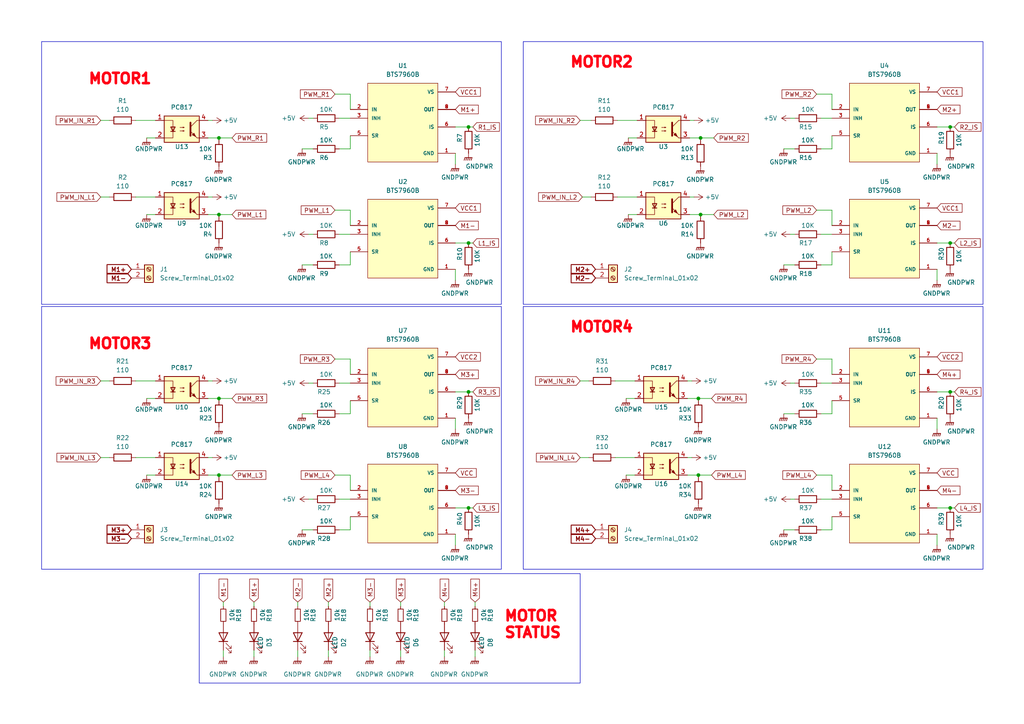
<source format=kicad_sch>
(kicad_sch (version 20230121) (generator eeschema)
  (paper "A4")
  (lib_symbols
    (symbol "BTS7960B:BTS7960B" (pin_names (offset 1.016))
      (property "Reference" "U" (at -10.16 10.922 0))
      (property "Value" "BTS7960B" (at -10.16 -15.24 0))
      (symbol "BTS7960B_0_0"
        (pin power_in line (at 15.24 -10.16 180) (length 5.08) (name "GND") (number "1"))
        (pin input line (at -15.24 2.54 0) (length 5.08) (name "IN") (number "2"))
        (pin input line (at -15.24 0 0) (length 5.08) (name "INH") (number "3"))
        (pin output line (at 15.24 2.54 180) (length 5.08) (name "OUT") (number "4"))
        (pin input line (at -15.24 -5.08 0) (length 5.08) (name "SR") (number "5"))
        (pin output line (at 15.24 -2.54 180) (length 5.08) (name "IS") (number "6"))
        (pin power_in line (at 15.24 7.62 180) (length 5.08) (name "VS") (number "7"))
        (pin output line (at 15.24 2.54 180) (length 5.08) (name "OUT") (number "8"))
      )
    )
    (symbol "Connector:Screw_Terminal_01x02" (pin_names (offset 1.016) hide)
      (property "Reference" "J" (at 0 2.54 0))
      (property "Value" "Screw_Terminal_01x02" (at 0 -5.08 0))
      (symbol "Screw_Terminal_01x02_1_1"
        (pin passive line (at -5.08 0 0) (length 3.81) (name "Pin_1") (number "1"))
        (pin passive line (at -5.08 -2.54 0) (length 3.81) (name "Pin_2") (number "2"))
      )
    )
    (symbol "Device:LED" (pin_numbers hide) (pin_names (offset 1.016) hide)
      (property "Reference" "D" (at 0 2.54 0))
      (property "Value" "LED" (at 0 -2.54 0))
      (symbol "LED_1_1"
        (pin passive line (at -3.81 0 0) (length 2.54) (name "K") (number "1"))
        (pin passive line (at 3.81 0 180) (length 2.54) (name "A") (number "2"))
      )
    )
    (symbol "Device:R" (pin_numbers hide) (pin_names (offset 0))
      (property "Reference" "R" (at 2.032 0 90))
      (property "Value" "R" (at 0 0 90))
      (symbol "R_1_1"
        (pin passive line (at 0 3.81 270) (length 1.27) (name "~") (number "1"))
        (pin passive line (at 0 -3.81 90) (length 1.27) (name "~") (number "2"))
      )
    )
    (symbol "Device:R_Small" (pin_numbers hide) (pin_names (offset 0.254) hide)
      (property "Reference" "R" (at 0.762 0.508 0))
      (property "Value" "R_Small" (at 0.762 -1.016 0))
      (symbol "R_Small_1_1"
        (pin passive line (at 0 2.54 270) (length 0.762) (name "~") (number "1"))
        (pin passive line (at 0 -2.54 90) (length 0.762) (name "~") (number "2"))
      )
    )
    (symbol "Isolator:PC817" (pin_names (offset 1.016))
      (property "Reference" "U" (at -5.08 5.08 0))
      (property "Value" "PC817" (at 0 5.08 0))
      (symbol "PC817_1_1"
        (pin passive line (at -7.62 2.54 0) (length 2.54) (name "~") (number "1"))
        (pin passive line (at -7.62 -2.54 0) (length 2.54) (name "~") (number "2"))
        (pin passive line (at 7.62 -2.54 180) (length 2.54) (name "~") (number "3"))
        (pin passive line (at 7.62 2.54 180) (length 2.54) (name "~") (number "4"))
      )
    )
    (symbol "power:+5V" (power) (pin_names (offset 0))
      (property "Value" "+5V" (at 0 3.556 0))
      (symbol "+5V_1_1"
        (pin power_in line (at 0 0 90) (length 0) hide (name "+5V") (number "1"))
      )
    )
    (symbol "power:GNDPWR" (power) (pin_names (offset 0))
      (property "Value" "GNDPWR" (at 0 -3.302 0))
      (symbol "GNDPWR_1_1"
        (pin power_in line (at 0 0 270) (length 0) hide (name "GNDPWR") (number "1"))
      )
    )
  )
  (junction (at 135.89 147.32))
  (junction (at 63.5 62.23))
  (junction (at 203.2 62.23))
  (junction (at 275.59 70.485))
  (junction (at 202.565 137.795))
  (junction (at 135.89 36.83))
  (junction (at 63.5 40.005))
  (junction (at 63.5 115.57))
  (junction (at 63.5 137.795))
  (junction (at 275.59 36.83))
  (junction (at 135.89 70.485))
  (junction (at 135.89 113.665))
  (junction (at 275.59 147.32))
  (junction (at 202.565 115.57))
  (junction (at 203.2 40.005))
  (junction (at 275.59 113.665))
  (wire (pts (xy 61.595 110.49) (xy 60.325 110.49)))
  (wire (pts (xy 101.6 60.96) (xy 101.6 65.405)))
  (wire (pts (xy 271.78 70.485) (xy 275.59 70.485)))
  (wire (pts (xy 61.595 34.925) (xy 60.325 34.925)))
  (wire (pts (xy 132.08 124.46) (xy 132.08 121.285)))
  (wire (pts (xy 63.5 137.795) (xy 67.31 137.795)))
  (wire (pts (xy 86.36 174.625) (xy 86.36 175.895)))
  (wire (pts (xy 200.66 132.715) (xy 199.39 132.715)))
  (wire (pts (xy 39.37 34.925) (xy 45.085 34.925)))
  (wire (pts (xy 63.5 40.005) (xy 67.31 40.005)))
  (wire (pts (xy 241.3 76.835) (xy 241.3 73.025)))
  (wire (pts (xy 168.275 110.49) (xy 170.815 110.49)))
  (wire (pts (xy 98.425 43.18) (xy 101.6 43.18)))
  (wire (pts (xy 135.89 36.83) (xy 137.16 36.83)))
  (wire (pts (xy 227.33 120.015) (xy 230.505 120.015)))
  (wire (pts (xy 202.565 137.795) (xy 206.375 137.795)))
  (wire (pts (xy 60.325 40.005) (xy 63.5 40.005)))
  (wire (pts (xy 86.36 188.595) (xy 86.36 190.5)))
  (wire (pts (xy 229.235 34.29) (xy 230.505 34.29)))
  (wire (pts (xy 98.425 111.125) (xy 101.6 111.125)))
  (wire (pts (xy 238.125 76.835) (xy 241.3 76.835)))
  (wire (pts (xy 101.6 27.305) (xy 101.6 31.75)))
  (wire (pts (xy 200.025 40.005) (xy 203.2 40.005)))
  (wire (pts (xy 132.08 81.28) (xy 132.08 78.105)))
  (wire (pts (xy 95.25 188.595) (xy 95.25 190.5)))
  (wire (pts (xy 241.3 153.67) (xy 241.3 149.86)))
  (wire (pts (xy 202.565 115.57) (xy 206.375 115.57)))
  (wire (pts (xy 271.78 47.625) (xy 271.78 44.45)))
  (wire (pts (xy 42.545 40.005) (xy 45.085 40.005)))
  (wire (pts (xy 178.435 132.715) (xy 184.15 132.715)))
  (wire (pts (xy 227.33 153.67) (xy 230.505 153.67)))
  (wire (pts (xy 201.295 34.925) (xy 200.025 34.925)))
  (wire (pts (xy 42.545 115.57) (xy 45.085 115.57)))
  (wire (pts (xy 89.535 34.29) (xy 90.805 34.29)))
  (wire (pts (xy 275.59 36.83) (xy 276.86 36.83)))
  (wire (pts (xy 179.07 34.925) (xy 184.785 34.925)))
  (wire (pts (xy 236.855 60.96) (xy 241.3 60.96)))
  (wire (pts (xy 203.2 40.005) (xy 207.01 40.005)))
  (wire (pts (xy 60.325 137.795) (xy 63.5 137.795)))
  (wire (pts (xy 39.37 57.15) (xy 45.085 57.15)))
  (wire (pts (xy 178.435 110.49) (xy 184.15 110.49)))
  (wire (pts (xy 229.235 144.78) (xy 230.505 144.78)))
  (wire (pts (xy 236.855 104.14) (xy 241.3 104.14)))
  (wire (pts (xy 135.89 70.485) (xy 137.16 70.485)))
  (wire (pts (xy 236.855 137.795) (xy 241.3 137.795)))
  (wire (pts (xy 203.2 62.865) (xy 203.2 62.23)))
  (wire (pts (xy 116.205 188.595) (xy 116.205 190.5)))
  (wire (pts (xy 182.245 40.005) (xy 184.785 40.005)))
  (wire (pts (xy 73.66 188.595) (xy 73.66 190.5)))
  (wire (pts (xy 98.425 120.015) (xy 101.6 120.015)))
  (wire (pts (xy 137.795 188.595) (xy 137.795 190.5)))
  (wire (pts (xy 135.89 147.32) (xy 137.16 147.32)))
  (wire (pts (xy 132.08 36.83) (xy 135.89 36.83)))
  (wire (pts (xy 227.33 43.18) (xy 230.505 43.18)))
  (wire (pts (xy 39.37 110.49) (xy 45.085 110.49)))
  (wire (pts (xy 229.235 67.945) (xy 230.505 67.945)))
  (wire (pts (xy 241.3 104.14) (xy 241.3 108.585)))
  (wire (pts (xy 73.66 174.625) (xy 73.66 175.895)))
  (wire (pts (xy 168.91 57.15) (xy 171.45 57.15)))
  (wire (pts (xy 202.565 116.205) (xy 202.565 115.57)))
  (wire (pts (xy 63.5 138.43) (xy 63.5 137.795)))
  (wire (pts (xy 241.3 137.795) (xy 241.3 142.24)))
  (wire (pts (xy 201.295 57.15) (xy 200.025 57.15)))
  (wire (pts (xy 97.155 137.795) (xy 101.6 137.795)))
  (wire (pts (xy 202.565 138.43) (xy 202.565 137.795)))
  (wire (pts (xy 229.235 111.125) (xy 230.505 111.125)))
  (wire (pts (xy 63.5 62.865) (xy 63.5 62.23)))
  (wire (pts (xy 64.77 188.595) (xy 64.77 190.5)))
  (wire (pts (xy 89.535 111.125) (xy 90.805 111.125)))
  (wire (pts (xy 60.325 62.23) (xy 63.5 62.23)))
  (wire (pts (xy 275.59 147.32) (xy 276.86 147.32)))
  (wire (pts (xy 128.905 188.595) (xy 128.905 190.5)))
  (wire (pts (xy 63.5 62.23) (xy 67.31 62.23)))
  (wire (pts (xy 132.08 147.32) (xy 135.89 147.32)))
  (wire (pts (xy 271.78 113.665) (xy 275.59 113.665)))
  (wire (pts (xy 227.33 76.835) (xy 230.505 76.835)))
  (wire (pts (xy 179.07 57.15) (xy 184.785 57.15)))
  (wire (pts (xy 29.21 110.49) (xy 31.75 110.49)))
  (wire (pts (xy 98.425 67.945) (xy 101.6 67.945)))
  (wire (pts (xy 238.125 43.18) (xy 241.3 43.18)))
  (wire (pts (xy 107.315 188.595) (xy 107.315 190.5)))
  (wire (pts (xy 238.125 120.015) (xy 241.3 120.015)))
  (wire (pts (xy 271.78 147.32) (xy 275.59 147.32)))
  (wire (pts (xy 87.63 120.015) (xy 90.805 120.015)))
  (wire (pts (xy 199.39 115.57) (xy 202.565 115.57)))
  (wire (pts (xy 29.21 57.15) (xy 31.75 57.15)))
  (wire (pts (xy 101.6 104.14) (xy 101.6 108.585)))
  (wire (pts (xy 97.155 60.96) (xy 101.6 60.96)))
  (wire (pts (xy 238.125 111.125) (xy 241.3 111.125)))
  (wire (pts (xy 98.425 153.67) (xy 101.6 153.67)))
  (wire (pts (xy 241.3 60.96) (xy 241.3 65.405)))
  (wire (pts (xy 98.425 144.78) (xy 101.6 144.78)))
  (wire (pts (xy 29.21 34.925) (xy 31.75 34.925)))
  (wire (pts (xy 107.315 174.625) (xy 107.315 175.895)))
  (wire (pts (xy 42.545 62.23) (xy 45.085 62.23)))
  (wire (pts (xy 29.21 132.715) (xy 31.75 132.715)))
  (wire (pts (xy 64.77 174.625) (xy 64.77 175.895)))
  (wire (pts (xy 101.6 153.67) (xy 101.6 149.86)))
  (wire (pts (xy 182.245 62.23) (xy 184.785 62.23)))
  (wire (pts (xy 101.6 76.835) (xy 101.6 73.025)))
  (wire (pts (xy 241.3 27.305) (xy 241.3 31.75)))
  (wire (pts (xy 39.37 132.715) (xy 45.085 132.715)))
  (wire (pts (xy 271.78 124.46) (xy 271.78 121.285)))
  (wire (pts (xy 42.545 137.795) (xy 45.085 137.795)))
  (wire (pts (xy 61.595 132.715) (xy 60.325 132.715)))
  (wire (pts (xy 238.125 144.78) (xy 241.3 144.78)))
  (wire (pts (xy 97.155 104.14) (xy 101.6 104.14)))
  (wire (pts (xy 95.25 174.625) (xy 95.25 175.895)))
  (wire (pts (xy 63.5 40.64) (xy 63.5 40.005)))
  (wire (pts (xy 116.205 174.625) (xy 116.205 175.895)))
  (wire (pts (xy 87.63 153.67) (xy 90.805 153.67)))
  (wire (pts (xy 275.59 113.665) (xy 276.86 113.665)))
  (wire (pts (xy 200.025 62.23) (xy 203.2 62.23)))
  (wire (pts (xy 203.2 40.64) (xy 203.2 40.005)))
  (wire (pts (xy 238.125 34.29) (xy 241.3 34.29)))
  (wire (pts (xy 89.535 67.945) (xy 90.805 67.945)))
  (wire (pts (xy 60.325 115.57) (xy 63.5 115.57)))
  (wire (pts (xy 199.39 137.795) (xy 202.565 137.795)))
  (wire (pts (xy 181.61 115.57) (xy 184.15 115.57)))
  (wire (pts (xy 137.795 174.625) (xy 137.795 175.895)))
  (wire (pts (xy 101.6 120.015) (xy 101.6 116.205)))
  (wire (pts (xy 101.6 43.18) (xy 101.6 39.37)))
  (wire (pts (xy 275.59 70.485) (xy 276.86 70.485)))
  (wire (pts (xy 132.08 47.625) (xy 132.08 44.45)))
  (wire (pts (xy 135.89 113.665) (xy 137.16 113.665)))
  (wire (pts (xy 101.6 137.795) (xy 101.6 142.24)))
  (wire (pts (xy 132.08 70.485) (xy 135.89 70.485)))
  (wire (pts (xy 241.3 120.015) (xy 241.3 116.205)))
  (wire (pts (xy 238.125 153.67) (xy 241.3 153.67)))
  (wire (pts (xy 132.08 158.115) (xy 132.08 154.94)))
  (wire (pts (xy 181.61 137.795) (xy 184.15 137.795)))
  (wire (pts (xy 63.5 116.205) (xy 63.5 115.57)))
  (wire (pts (xy 271.78 36.83) (xy 275.59 36.83)))
  (wire (pts (xy 98.425 34.29) (xy 101.6 34.29)))
  (wire (pts (xy 241.3 43.18) (xy 241.3 39.37)))
  (wire (pts (xy 132.08 113.665) (xy 135.89 113.665)))
  (wire (pts (xy 200.66 110.49) (xy 199.39 110.49)))
  (wire (pts (xy 271.78 158.115) (xy 271.78 154.94)))
  (wire (pts (xy 168.275 34.925) (xy 171.45 34.925)))
  (wire (pts (xy 89.535 144.78) (xy 90.805 144.78)))
  (wire (pts (xy 87.63 43.18) (xy 90.805 43.18)))
  (wire (pts (xy 271.78 81.28) (xy 271.78 78.105)))
  (wire (pts (xy 168.275 132.715) (xy 170.815 132.715)))
  (wire (pts (xy 238.125 67.945) (xy 241.3 67.945)))
  (wire (pts (xy 63.5 115.57) (xy 67.31 115.57)))
  (wire (pts (xy 236.855 27.305) (xy 241.3 27.305)))
  (wire (pts (xy 203.2 62.23) (xy 207.01 62.23)))
  (wire (pts (xy 61.595 57.15) (xy 60.325 57.15)))
  (wire (pts (xy 128.905 174.625) (xy 128.905 175.895)))
  (wire (pts (xy 87.63 76.835) (xy 90.805 76.835)))
  (wire (pts (xy 97.155 27.305) (xy 101.6 27.305)))
  (wire (pts (xy 98.425 76.835) (xy 101.6 76.835)))
  (rectangle (start 57.785 166.37) (end 168.275 198.12))
  (rectangle (start 12.065 88.9) (end 145.415 165.1))
  (rectangle (start 151.765 12.065) (end 285.115 88.265))
  (rectangle (start 12.065 12.065) (end 145.415 88.265))
  (rectangle (start 151.765 88.9) (end 285.115 165.1))
  (text "MOTOR2\n\n" (at 165.1 24.765 0) (effects (font (size 3 3) (thickness 4) bold) (justify left bottom)))
  (text "MOTOR3\n" (at 25.4 101.6 0) (effects (font (size 3 3) (thickness 4) bold) (justify left bottom)))
  (text "MOTOR\nSTATUS" (at 146.05 185.42 0) (effects (font (size 3 3) (thickness 4) bold) (justify left bottom)))
  (text "MOTOR4\n\n" (at 165.1 101.6 0) (effects (font (size 3 3) (thickness 4) bold) (justify left bottom)))
  (text "MOTOR1" (at 25.4 24.765 0) (effects (font (size 3 3) (thickness 4) bold) (justify left bottom)))
  (global_label "PWM_IN_L3" (shape input) (at 29.21 132.715 180) (property "Intersheetrefs" "${INTERSHEET_REFS}" (effects hide)))
  (global_label "PWM_L2" (shape input) (at 207.01 62.23 0) (property "Intersheetrefs" "${INTERSHEET_REFS}" (effects hide)))
  (global_label "PWM_R3" (shape input) (at 97.155 104.14 180) (property "Intersheetrefs" "${INTERSHEET_REFS}" (effects hide)))
  (global_label "M3+" (shape input) (at 116.205 174.625 90) (property "Intersheetrefs" "${INTERSHEET_REFS}" (effects hide)))
  (global_label "PWM_IN_R1" (shape input) (at 29.21 34.925 180) (property "Intersheetrefs" "${INTERSHEET_REFS}" (effects hide)))
  (global_label "M3-" (shape input) (at 38.1 156.21 180) (effects (font bold)) (property "Intersheetrefs" "${INTERSHEET_REFS}" (effects hide)))
  (global_label "PWM_L4" (shape input) (at 236.855 137.795 180) (property "Intersheetrefs" "${INTERSHEET_REFS}" (effects hide)))
  (global_label "PWM_IN_L1" (shape input) (at 29.21 57.15 180) (property "Intersheetrefs" "${INTERSHEET_REFS}" (effects hide)))
  (global_label "M3-" (shape input) (at 107.315 174.625 90) (property "Intersheetrefs" "${INTERSHEET_REFS}" (effects hide)))
  (global_label "M4+" (shape input) (at 172.72 153.67 180) (effects (font bold)) (property "Intersheetrefs" "${INTERSHEET_REFS}" (effects hide)))
  (global_label "PWM_IN_R4" (shape input) (at 168.275 110.49 180) (property "Intersheetrefs" "${INTERSHEET_REFS}" (effects hide)))
  (global_label "VCC2" (shape input) (at 132.08 103.505 0) (property "Intersheetrefs" "${INTERSHEET_REFS}" (effects hide)))
  (global_label "M3+" (shape input) (at 132.08 108.585 0) (property "Intersheetrefs" "${INTERSHEET_REFS}" (effects hide)))
  (global_label "R4_IS" (shape input) (at 276.86 113.665 0) (property "Intersheetrefs" "${INTERSHEET_REFS}" (effects hide)))
  (global_label "M1-" (shape input) (at 38.1 80.645 180) (effects (font bold)) (property "Intersheetrefs" "${INTERSHEET_REFS}" (effects hide)))
  (global_label "M1-" (shape input) (at 64.77 174.625 90) (property "Intersheetrefs" "${INTERSHEET_REFS}" (effects hide)))
  (global_label "VCC1" (shape input) (at 271.78 26.67 0) (property "Intersheetrefs" "${INTERSHEET_REFS}" (effects hide)))
  (global_label "PWM_L3" (shape input) (at 67.31 137.795 0) (property "Intersheetrefs" "${INTERSHEET_REFS}" (effects hide)))
  (global_label "M2-" (shape input) (at 86.36 174.625 90) (property "Intersheetrefs" "${INTERSHEET_REFS}" (effects hide)))
  (global_label "VCC1" (shape input) (at 132.08 60.325 0) (property "Intersheetrefs" "${INTERSHEET_REFS}" (effects hide)))
  (global_label "PWM_IN_L4" (shape input) (at 168.275 132.715 180) (property "Intersheetrefs" "${INTERSHEET_REFS}" (effects hide)))
  (global_label "M1-" (shape input) (at 132.08 65.405 0) (property "Intersheetrefs" "${INTERSHEET_REFS}" (effects hide)))
  (global_label "PWM_IN_L2" (shape input) (at 168.91 57.15 180) (property "Intersheetrefs" "${INTERSHEET_REFS}" (effects hide)))
  (global_label "VCC1" (shape input) (at 271.78 60.325 0) (property "Intersheetrefs" "${INTERSHEET_REFS}" (effects hide)))
  (global_label "PWM_L4" (shape input) (at 206.375 137.795 0) (property "Intersheetrefs" "${INTERSHEET_REFS}" (effects hide)))
  (global_label "PWM_IN_R2" (shape input) (at 168.275 34.925 180) (property "Intersheetrefs" "${INTERSHEET_REFS}" (effects hide)))
  (global_label "M2+" (shape input) (at 95.25 174.625 90) (property "Intersheetrefs" "${INTERSHEET_REFS}" (effects hide)))
  (global_label "M4-" (shape input) (at 128.905 174.625 90) (property "Intersheetrefs" "${INTERSHEET_REFS}" (effects hide)))
  (global_label "L3_IS" (shape input) (at 137.16 147.32 0) (property "Intersheetrefs" "${INTERSHEET_REFS}" (effects hide)))
  (global_label "VCC" (shape input) (at 271.78 137.16 0) (property "Intersheetrefs" "${INTERSHEET_REFS}" (effects hide)))
  (global_label "PWM_L4" (shape input) (at 97.155 137.795 180) (property "Intersheetrefs" "${INTERSHEET_REFS}" (effects hide)))
  (global_label "PWM_L1" (shape input) (at 67.31 62.23 0) (property "Intersheetrefs" "${INTERSHEET_REFS}" (effects hide)))
  (global_label "PWM_R1" (shape input) (at 67.31 40.005 0) (property "Intersheetrefs" "${INTERSHEET_REFS}" (effects hide)))
  (global_label "PWM_R4" (shape input) (at 206.375 115.57 0) (property "Intersheetrefs" "${INTERSHEET_REFS}" (effects hide)))
  (global_label "PWM_L1" (shape input) (at 97.155 60.96 180) (property "Intersheetrefs" "${INTERSHEET_REFS}" (effects hide)))
  (global_label "PWM_R3" (shape input) (at 67.31 115.57 0) (property "Intersheetrefs" "${INTERSHEET_REFS}" (effects hide)))
  (global_label "L2_IS" (shape input) (at 276.86 70.485 0) (property "Intersheetrefs" "${INTERSHEET_REFS}" (effects hide)))
  (global_label "M1+" (shape input) (at 132.08 31.75 0) (property "Intersheetrefs" "${INTERSHEET_REFS}" (effects hide)))
  (global_label "M2+" (shape input) (at 172.72 78.105 180) (effects (font bold)) (property "Intersheetrefs" "${INTERSHEET_REFS}" (effects hide)))
  (global_label "PWM_R2" (shape input) (at 236.855 27.305 180) (property "Intersheetrefs" "${INTERSHEET_REFS}" (effects hide)))
  (global_label "M4+" (shape input) (at 137.795 174.625 90) (property "Intersheetrefs" "${INTERSHEET_REFS}" (effects hide)))
  (global_label "M2+" (shape input) (at 271.78 31.75 0) (property "Intersheetrefs" "${INTERSHEET_REFS}" (effects hide)))
  (global_label "M3-" (shape input) (at 132.08 142.24 0) (property "Intersheetrefs" "${INTERSHEET_REFS}" (effects hide)))
  (global_label "M3+" (shape input) (at 38.1 153.67 180) (effects (font bold)) (property "Intersheetrefs" "${INTERSHEET_REFS}" (effects hide)))
  (global_label "R1_IS" (shape input) (at 137.16 36.83 0) (property "Intersheetrefs" "${INTERSHEET_REFS}" (effects hide)))
  (global_label "R2_IS" (shape input) (at 276.86 36.83 0) (property "Intersheetrefs" "${INTERSHEET_REFS}" (effects hide)))
  (global_label "L4_IS" (shape input) (at 276.86 147.32 0) (property "Intersheetrefs" "${INTERSHEET_REFS}" (effects hide)))
  (global_label "PWM_IN_R3" (shape input) (at 29.21 110.49 180) (property "Intersheetrefs" "${INTERSHEET_REFS}" (effects hide)))
  (global_label "M4-" (shape input) (at 271.78 142.24 0) (property "Intersheetrefs" "${INTERSHEET_REFS}" (effects hide)))
  (global_label "PWM_R1" (shape input) (at 97.155 27.305 180) (property "Intersheetrefs" "${INTERSHEET_REFS}" (effects hide)))
  (global_label "M2-" (shape input) (at 271.78 65.405 0) (property "Intersheetrefs" "${INTERSHEET_REFS}" (effects hide)))
  (global_label "VCC" (shape input) (at 132.08 137.16 0) (property "Intersheetrefs" "${INTERSHEET_REFS}" (effects hide)))
  (global_label "M1+" (shape input) (at 73.66 174.625 90) (property "Intersheetrefs" "${INTERSHEET_REFS}" (effects hide)))
  (global_label "VCC1" (shape input) (at 132.08 26.67 0) (property "Intersheetrefs" "${INTERSHEET_REFS}" (effects hide)))
  (global_label "PWM_R4" (shape input) (at 236.855 104.14 180) (property "Intersheetrefs" "${INTERSHEET_REFS}" (effects hide)))
  (global_label "M4+" (shape input) (at 271.78 108.585 0) (property "Intersheetrefs" "${INTERSHEET_REFS}" (effects hide)))
  (global_label "L1_IS" (shape input) (at 137.16 70.485 0) (property "Intersheetrefs" "${INTERSHEET_REFS}" (effects hide)))
  (global_label "R3_IS" (shape input) (at 137.16 113.665 0) (property "Intersheetrefs" "${INTERSHEET_REFS}" (effects hide)))
  (global_label "PWM_R2" (shape input) (at 207.01 40.005 0) (property "Intersheetrefs" "${INTERSHEET_REFS}" (effects hide)))
  (global_label "M1+" (shape input) (at 38.1 78.105 180) (effects (font bold)) (property "Intersheetrefs" "${INTERSHEET_REFS}" (effects hide)))
  (global_label "PWM_L2" (shape input) (at 236.855 60.96 180) (property "Intersheetrefs" "${INTERSHEET_REFS}" (effects hide)))
  (global_label "VCC2" (shape input) (at 271.78 103.505 0) (property "Intersheetrefs" "${INTERSHEET_REFS}" (effects hide)))
  (global_label "M2-" (shape input) (at 172.72 80.645 180) (effects (font bold)) (property "Intersheetrefs" "${INTERSHEET_REFS}" (effects hide)))
  (global_label "M4-" (shape input) (at 172.72 156.21 180) (effects (font bold)) (property "Intersheetrefs" "${INTERSHEET_REFS}" (effects hide)))
  (symbol (lib_id "Device:R") (at 275.59 40.64 0) (unit 1)
    (property "Reference" "R19" (at 273.05 40.005 90))
    (property "Value" "10K" (at 278.13 40.64 90))
    (property "Footprint" "Resistor_SMD:R_0201_0603Metric" (effects hide))
  )
  (symbol (lib_id "power:GNDPWR") (at 271.78 158.115 0) (unit 1)
    (property "Reference" "#PWR053" (effects hide))
    (property "Value" "GNDPWR" (at 271.653 161.925 0))
  )
  (symbol (lib_id "Connector:Screw_Terminal_01x02") (at 177.8 153.67 0) (unit 1)
    (property "Reference" "J4" (at 180.975 153.67 0) (effects (justify left)))
    (property "Value" "Screw_Terminal_01x02" (at 180.975 156.21 0) (effects (justify left)))
    (property "Footprint" "Connector_AMASS:AMASS_XT60PW-M_1x02_P7.20mm_Horizontal" (effects hide))
  )
  (symbol (lib_id "power:+5V") (at 229.235 144.78 90) (unit 1)
    (property "Reference" "#PWR052" (effects hide))
    (property "Value" "+5V" (at 225.425 144.78 90) (effects (justify left)))
  )
  (symbol (lib_id "BTS7960B:BTS7960B") (at 116.84 144.78 0) (unit 1)
    (property "Reference" "U8" (at 116.84 129.54 0))
    (property "Value" "BTS7960B" (at 116.84 132.08 0))
    (property "Footprint" "BTS7960B:BTS7960B" (effects hide))
    (property "MAXIMUM_PACKAGE_HEIGHT" "4.4mm" (effects hide))
    (property "PARTREV" "1.1" (effects hide))
    (property "MANUFACTURER" "Infineon" (effects hide))
    (property "STANDARD" "IPC-7351B" (effects hide))
  )
  (symbol (lib_id "Device:LED") (at 86.36 184.785 90) (unit 1)
    (property "Reference" "D1" (effects hide))
    (property "Value" "LED" (effects hide))
    (property "Footprint" "LED_SMD:LED_0201_0603Metric" (effects hide))
    (instances (project "BTS7960_Driver" (path "" (reference "D1") (unit 1))) (project "Driver_F407VE" (path "" (reference "D11") (unit 1))))
  )
  (symbol (lib_id "Device:R") (at 135.89 151.13 0) (unit 1)
    (property "Reference" "R40" (at 133.35 150.495 90))
    (property "Value" "10K" (at 138.43 151.13 90))
    (property "Footprint" "Resistor_SMD:R_0201_0603Metric" (effects hide))
  )
  (symbol (lib_id "power:+5V") (at 229.235 111.125 90) (unit 1)
    (property "Reference" "#PWR051" (effects hide))
    (property "Value" "+5V" (at 225.425 111.125 90) (effects (justify left)))
  )
  (symbol (lib_id "Device:R") (at 94.615 153.67 90) (unit 1)
    (property "Reference" "R28" (at 93.98 156.21 90))
    (property "Value" "10K" (at 94.615 151.13 90))
    (property "Footprint" "Resistor_SMD:R_0201_0603Metric" (effects hide))
  )
  (symbol (lib_id "power:GNDPWR") (at 135.89 44.45 0) (unit 1)
    (property "Reference" "#PWR09" (effects hide))
    (property "Value" "GNDPWR" (at 139.065 48.26 0))
  )
  (symbol (lib_id "power:GNDPWR") (at 116.205 190.5 0) (unit 1)
    (property "Reference" "#PWR014" (effects hide))
    (property "Value" "GNDPWR" (at 116.078 195.58 0))
    (instances (project "2_motor_pid" (path "" (reference "#PWR014") (unit 1))) (project "BTS7960_Driver" (path "" (reference "#PWR063") (unit 1))) (project "Driver_F407VE" (path "" (reference "#PWR0126") (unit 1))))
  )
  (symbol (lib_id "Device:R") (at 234.315 67.945 90) (unit 1)
    (property "Reference" "R17" (at 233.68 70.485 90))
    (property "Value" "10K" (at 234.315 65.405 90))
    (property "Footprint" "Resistor_SMD:R_0201_0603Metric" (effects hide))
  )
  (symbol (lib_id "Device:R") (at 203.2 66.675 0) (unit 1)
    (property "Reference" "R14" (at 201.295 67.945 0) (effects (justify right)))
    (property "Value" "10K" (at 201.295 65.405 0) (effects (justify right)))
    (property "Footprint" "Resistor_SMD:R_0201_0603Metric" (effects hide))
  )
  (symbol (lib_id "power:GNDPWR") (at 227.33 153.67 0) (unit 1)
    (property "Reference" "#PWR050" (effects hide))
    (property "Value" "GNDPWR" (at 227.203 157.48 0))
  )
  (symbol (lib_id "Device:R") (at 35.56 34.925 90) (unit 1)
    (property "Reference" "R1" (at 35.56 29.21 90))
    (property "Value" "110" (at 35.56 31.75 90))
    (property "Footprint" "Resistor_SMD:R_0201_0603Metric" (effects hide))
  )
  (symbol (lib_id "Isolator:PC817") (at 191.77 113.03 0) (unit 1)
    (property "Reference" "U15" (at 191.77 118.11 0))
    (property "Value" "PC817" (at 191.77 106.68 0))
    (property "Footprint" "Opto:PC817" (effects hide))
    (property "Datasheet" "http://www.soselectronic.cz/a_info/resource/d/pc817.pdf" (effects hide))
  )
  (symbol (lib_id "power:GNDPWR") (at 137.795 190.5 0) (unit 1)
    (property "Reference" "#PWR014" (effects hide))
    (property "Value" "GNDPWR" (at 137.668 195.58 0))
    (instances (project "2_motor_pid" (path "" (reference "#PWR014") (unit 1))) (project "BTS7960_Driver" (path "" (reference "#PWR065") (unit 1))) (project "Driver_F407VE" (path "" (reference "#PWR0126") (unit 1))))
  )
  (symbol (lib_id "Device:R") (at 63.5 44.45 0) (unit 1)
    (property "Reference" "R3" (at 61.595 45.72 0) (effects (justify right)))
    (property "Value" "10K" (at 61.595 43.18 0) (effects (justify right)))
    (property "Footprint" "Resistor_SMD:R_0201_0603Metric" (effects hide))
  )
  (symbol (lib_id "Device:R") (at 234.315 111.125 90) (unit 1)
    (property "Reference" "R35" (at 233.68 113.665 90))
    (property "Value" "10K" (at 234.315 108.585 90))
    (property "Footprint" "Resistor_SMD:R_0201_0603Metric" (effects hide))
  )
  (symbol (lib_id "power:GNDPWR") (at 227.33 120.015 0) (unit 1)
    (property "Reference" "#PWR049" (effects hide))
    (property "Value" "GNDPWR" (at 227.203 123.825 0))
  )
  (symbol (lib_id "power:+5V") (at 229.235 67.945 90) (unit 1)
    (property "Reference" "#PWR024" (effects hide))
    (property "Value" "+5V" (at 225.425 67.945 90) (effects (justify left)))
  )
  (symbol (lib_id "Isolator:PC817") (at 52.705 135.255 0) (unit 1)
    (property "Reference" "U14" (at 52.705 140.335 0))
    (property "Value" "PC817" (at 52.705 128.905 0))
    (property "Footprint" "Opto:PC817" (effects hide))
    (property "Datasheet" "http://www.soselectronic.cz/a_info/resource/d/pc817.pdf" (effects hide))
  )
  (symbol (lib_id "power:GNDPWR") (at 181.61 115.57 0) (unit 1)
    (property "Reference" "#PWR043" (effects hide))
    (property "Value" "GNDPWR" (at 182.245 118.745 0))
  )
  (symbol (lib_id "power:GNDPWR") (at 135.89 121.285 0) (unit 1)
    (property "Reference" "#PWR040" (effects hide))
    (property "Value" "GNDPWR" (at 139.065 125.095 0))
  )
  (symbol (lib_id "Device:R") (at 94.615 76.835 90) (unit 1)
    (property "Reference" "R9" (at 93.98 79.375 90))
    (property "Value" "10K" (at 94.615 74.295 90))
    (property "Footprint" "Resistor_SMD:R_0201_0603Metric" (effects hide))
  )
  (symbol (lib_id "Device:LED") (at 64.77 184.785 90) (unit 1)
    (property "Reference" "D4" (effects hide))
    (property "Value" "LED" (effects hide))
    (property "Footprint" "LED_SMD:LED_0201_0603Metric" (effects hide))
    (instances (project "BTS7960_Driver" (path "" (reference "D4") (unit 1))) (project "Driver_F407VE" (path "" (reference "D11") (unit 1))))
  )
  (symbol (lib_id "power:+5V") (at 89.535 34.29 90) (unit 1)
    (property "Reference" "#PWR07" (effects hide))
    (property "Value" "+5V" (at 85.725 34.29 90) (effects (justify left)))
  )
  (symbol (lib_id "power:GNDPWR") (at 87.63 120.015 0) (unit 1)
    (property "Reference" "#PWR035" (effects hide))
    (property "Value" "GNDPWR" (at 87.503 123.825 0))
  )
  (symbol (lib_id "Device:R") (at 175.26 57.15 90) (unit 1)
    (property "Reference" "R12" (at 175.26 51.435 90))
    (property "Value" "110" (at 175.26 53.975 90))
    (property "Footprint" "Resistor_SMD:R_0201_0603Metric" (effects hide))
  )
  (symbol (lib_id "Device:R") (at 94.615 144.78 90) (unit 1)
    (property "Reference" "R27" (at 93.98 147.32 90))
    (property "Value" "10K" (at 94.615 142.24 90))
    (property "Footprint" "Resistor_SMD:R_0201_0603Metric" (effects hide))
  )
  (symbol (lib_id "Device:R") (at 234.315 120.015 90) (unit 1)
    (property "Reference" "R36" (at 233.68 122.555 90))
    (property "Value" "10K" (at 234.315 117.475 90))
    (property "Footprint" "Resistor_SMD:R_0201_0603Metric" (effects hide))
  )
  (symbol (lib_id "power:GNDPWR") (at 275.59 78.105 0) (unit 1)
    (property "Reference" "#PWR042" (effects hide))
    (property "Value" "GNDPWR" (at 278.765 81.915 0))
  )
  (symbol (lib_id "power:GNDPWR") (at 275.59 121.285 0) (unit 1)
    (property "Reference" "#PWR028" (effects hide))
    (property "Value" "GNDPWR" (at 278.765 125.095 0))
  )
  (symbol (lib_id "Device:R") (at 94.615 67.945 90) (unit 1)
    (property "Reference" "R8" (at 93.98 70.485 90))
    (property "Value" "10K" (at 94.615 65.405 90))
    (property "Footprint" "Resistor_SMD:R_0201_0603Metric" (effects hide))
  )
  (symbol (lib_id "power:GNDPWR") (at 271.78 124.46 0) (unit 1)
    (property "Reference" "#PWR027" (effects hide))
    (property "Value" "GNDPWR" (at 271.653 128.27 0))
  )
  (symbol (lib_id "Device:R") (at 35.56 132.715 90) (unit 1)
    (property "Reference" "R22" (at 35.56 127 90))
    (property "Value" "110" (at 35.56 129.54 90))
    (property "Footprint" "Resistor_SMD:R_0201_0603Metric" (effects hide))
  )
  (symbol (lib_id "Device:R_Small") (at 107.315 178.435 0) (unit 1)
    (property "Reference" "R18" (at 111.76 176.53 90) (effects (justify right)))
    (property "Value" "10k" (at 109.855 176.53 90) (effects (justify right)))
    (property "Footprint" "Resistor_SMD:R_0201_0603Metric" (effects hide))
    (instances (project "2_motor_pid" (path "" (reference "R18") (unit 1))) (project "BTS7960_Driver" (path "" (reference "R45") (unit 1))) (project "Driver_F407VE" (path "" (reference "R66") (unit 1))))
  )
  (symbol (lib_id "Device:R") (at 174.625 132.715 90) (unit 1)
    (property "Reference" "R32" (at 174.625 127 90))
    (property "Value" "110" (at 174.625 129.54 90))
    (property "Footprint" "Resistor_SMD:R_0201_0603Metric" (effects hide))
  )
  (symbol (lib_id "Connector:Screw_Terminal_01x02") (at 177.8 78.105 0) (unit 1)
    (property "Reference" "J2" (at 180.975 78.105 0) (effects (justify left)))
    (property "Value" "Screw_Terminal_01x02" (at 180.975 80.645 0) (effects (justify left)))
    (property "Footprint" "Connector_AMASS:AMASS_XT60PW-M_1x02_P7.20mm_Horizontal" (effects hide))
  )
  (symbol (lib_id "Device:R") (at 94.615 111.125 90) (unit 1)
    (property "Reference" "R25" (at 93.98 113.665 90))
    (property "Value" "10K" (at 94.615 108.585 90))
    (property "Footprint" "Resistor_SMD:R_0201_0603Metric" (effects hide))
  )
  (symbol (lib_id "power:GNDPWR") (at 107.315 190.5 0) (unit 1)
    (property "Reference" "#PWR014" (effects hide))
    (property "Value" "GNDPWR" (at 107.188 195.58 0))
    (instances (project "2_motor_pid" (path "" (reference "#PWR014") (unit 1))) (project "BTS7960_Driver" (path "" (reference "#PWR062") (unit 1))) (project "Driver_F407VE" (path "" (reference "#PWR0127") (unit 1))))
  )
  (symbol (lib_id "power:GNDPWR") (at 87.63 43.18 0) (unit 1)
    (property "Reference" "#PWR08" (effects hide))
    (property "Value" "GNDPWR" (at 87.503 46.99 0))
  )
  (symbol (lib_id "Device:R") (at 135.89 117.475 0) (unit 1)
    (property "Reference" "R29" (at 133.35 116.84 90))
    (property "Value" "10K" (at 138.43 117.475 90))
    (property "Footprint" "Resistor_SMD:R_0201_0603Metric" (effects hide))
  )
  (symbol (lib_id "power:+5V") (at 61.595 57.15 270) (unit 1)
    (property "Reference" "#PWR03" (effects hide))
    (property "Value" "+5V" (at 64.77 57.15 90) (effects (justify left)))
  )
  (symbol (lib_id "power:GNDPWR") (at 63.5 146.05 0) (unit 1)
    (property "Reference" "#PWR034" (effects hide))
    (property "Value" "GNDPWR" (at 63.373 149.86 0))
  )
  (symbol (lib_id "power:GNDPWR") (at 128.905 190.5 0) (unit 1)
    (property "Reference" "#PWR014" (effects hide))
    (property "Value" "GNDPWR" (at 128.778 195.58 0))
    (instances (project "2_motor_pid" (path "" (reference "#PWR014") (unit 1))) (project "BTS7960_Driver" (path "" (reference "#PWR064") (unit 1))) (project "Driver_F407VE" (path "" (reference "#PWR0127") (unit 1))))
  )
  (symbol (lib_id "power:GNDPWR") (at 132.08 158.115 0) (unit 1)
    (property "Reference" "#PWR055" (effects hide))
    (property "Value" "GNDPWR" (at 131.953 161.925 0))
  )
  (symbol (lib_id "Device:R") (at 135.89 40.64 0) (unit 1)
    (property "Reference" "R7" (at 133.35 40.005 90))
    (property "Value" "10K" (at 138.43 40.64 90))
    (property "Footprint" "Resistor_SMD:R_0201_0603Metric" (effects hide))
  )
  (symbol (lib_id "power:GNDPWR") (at 63.5 70.485 0) (unit 1)
    (property "Reference" "#PWR06" (effects hide))
    (property "Value" "GNDPWR" (at 63.373 74.295 0))
  )
  (symbol (lib_id "Device:R_Small") (at 137.795 178.435 0) (unit 1)
    (property "Reference" "R18" (at 142.24 176.53 90) (effects (justify right)))
    (property "Value" "10k" (at 140.335 176.53 90) (effects (justify right)))
    (property "Footprint" "Resistor_SMD:R_0201_0603Metric" (effects hide))
    (instances (project "2_motor_pid" (path "" (reference "R18") (unit 1))) (project "BTS7960_Driver" (path "" (reference "R48") (unit 1))) (project "Driver_F407VE" (path "" (reference "R65") (unit 1))))
  )
  (symbol (lib_id "BTS7960B:BTS7960B") (at 116.84 67.945 0) (unit 1)
    (property "Reference" "U2" (at 116.84 52.705 0))
    (property "Value" "BTS7960B" (at 116.84 55.245 0))
    (property "Footprint" "BTS7960B:BTS7960B" (effects hide))
    (property "MAXIMUM_PACKAGE_HEIGHT" "4.4mm" (effects hide))
    (property "PARTREV" "1.1" (effects hide))
    (property "MANUFACTURER" "Infineon" (effects hide))
    (property "STANDARD" "IPC-7351B" (effects hide))
  )
  (symbol (lib_id "power:GNDPWR") (at 132.08 81.28 0) (unit 1)
    (property "Reference" "#PWR013" (effects hide))
    (property "Value" "GNDPWR" (at 131.953 85.09 0))
  )
  (symbol (lib_id "BTS7960B:BTS7960B") (at 116.84 34.29 0) (unit 1)
    (property "Reference" "U1" (at 116.84 19.05 0))
    (property "Value" "BTS7960B" (at 116.84 21.59 0))
    (property "Footprint" "BTS7960B:BTS7960B" (effects hide))
    (property "MAXIMUM_PACKAGE_HEIGHT" "4.4mm" (effects hide))
    (property "PARTREV" "1.1" (effects hide))
    (property "MANUFACTURER" "Infineon" (effects hide))
    (property "STANDARD" "IPC-7351B" (effects hide))
  )
  (symbol (lib_id "Device:R") (at 234.315 144.78 90) (unit 1)
    (property "Reference" "R37" (at 233.68 147.32 90))
    (property "Value" "10K" (at 234.315 142.24 90))
    (property "Footprint" "Resistor_SMD:R_0201_0603Metric" (effects hide))
  )
  (symbol (lib_id "power:GNDPWR") (at 87.63 76.835 0) (unit 1)
    (property "Reference" "#PWR011" (effects hide))
    (property "Value" "GNDPWR" (at 87.503 80.645 0))
  )
  (symbol (lib_id "power:GNDPWR") (at 63.5 123.825 0) (unit 1)
    (property "Reference" "#PWR033" (effects hide))
    (property "Value" "GNDPWR" (at 63.373 127.635 0))
  )
  (symbol (lib_id "power:GNDPWR") (at 275.59 44.45 0) (unit 1)
    (property "Reference" "#PWR026" (effects hide))
    (property "Value" "GNDPWR" (at 278.765 48.26 0))
  )
  (symbol (lib_id "power:GNDPWR") (at 86.36 190.5 0) (unit 1)
    (property "Reference" "#PWR014" (effects hide))
    (property "Value" "GNDPWR" (at 86.233 195.58 0))
    (instances (project "2_motor_pid" (path "" (reference "#PWR014") (unit 1))) (project "BTS7960_Driver" (path "" (reference "#PWR058") (unit 1))) (project "Driver_F407VE" (path "" (reference "#PWR0127") (unit 1))))
  )
  (symbol (lib_id "Device:R_Small") (at 95.25 178.435 0) (unit 1)
    (property "Reference" "R18" (at 99.695 176.53 90) (effects (justify right)))
    (property "Value" "10k" (at 97.79 176.53 90) (effects (justify right)))
    (property "Footprint" "Resistor_SMD:R_0201_0603Metric" (effects hide))
    (instances (project "2_motor_pid" (path "" (reference "R18") (unit 1))) (project "BTS7960_Driver" (path "" (reference "R42") (unit 1))) (project "Driver_F407VE" (path "" (reference "R65") (unit 1))))
  )
  (symbol (lib_id "power:GNDPWR") (at 135.89 78.105 0) (unit 1)
    (property "Reference" "#PWR014" (effects hide))
    (property "Value" "GNDPWR" (at 139.065 81.915 0))
  )
  (symbol (lib_id "power:GNDPWR") (at 95.25 190.5 0) (unit 1)
    (property "Reference" "#PWR014" (effects hide))
    (property "Value" "GNDPWR" (at 95.123 195.58 0))
    (instances (project "2_motor_pid" (path "" (reference "#PWR014") (unit 1))) (project "BTS7960_Driver" (path "" (reference "#PWR059") (unit 1))) (project "Driver_F407VE" (path "" (reference "#PWR0126") (unit 1))))
  )
  (symbol (lib_id "Device:R") (at 234.315 76.835 90) (unit 1)
    (property "Reference" "R18" (at 233.68 79.375 90))
    (property "Value" "10K" (at 234.315 74.295 90))
    (property "Footprint" "Resistor_SMD:R_0201_0603Metric" (effects hide))
  )
  (symbol (lib_id "power:+5V") (at 89.535 144.78 90) (unit 1)
    (property "Reference" "#PWR038" (effects hide))
    (property "Value" "+5V" (at 85.725 144.78 90) (effects (justify left)))
  )
  (symbol (lib_id "power:GNDPWR") (at 42.545 137.795 0) (unit 1)
    (property "Reference" "#PWR030" (effects hide))
    (property "Value" "GNDPWR" (at 43.18 140.97 0))
  )
  (symbol (lib_id "Device:R") (at 234.315 153.67 90) (unit 1)
    (property "Reference" "R38" (at 233.68 156.21 90))
    (property "Value" "10K" (at 234.315 151.13 90))
    (property "Footprint" "Resistor_SMD:R_0201_0603Metric" (effects hide))
  )
  (symbol (lib_id "Device:R") (at 63.5 120.015 0) (unit 1)
    (property "Reference" "R23" (at 61.595 121.285 0) (effects (justify right)))
    (property "Value" "10K" (at 61.595 118.745 0) (effects (justify right)))
    (property "Footprint" "Resistor_SMD:R_0201_0603Metric" (effects hide))
  )
  (symbol (lib_id "Isolator:PC817") (at 191.77 135.255 0) (unit 1)
    (property "Reference" "U16" (at 191.77 140.335 0))
    (property "Value" "PC817" (at 191.77 128.905 0))
    (property "Footprint" "Opto:PC817" (effects hide))
    (property "Datasheet" "http://www.soselectronic.cz/a_info/resource/d/pc817.pdf" (effects hide))
  )
  (symbol (lib_id "BTS7960B:BTS7960B") (at 256.54 144.78 0) (unit 1)
    (property "Reference" "U12" (at 256.54 129.54 0))
    (property "Value" "BTS7960B" (at 256.54 132.08 0))
    (property "Footprint" "BTS7960B:BTS7960B" (effects hide))
    (property "MAXIMUM_PACKAGE_HEIGHT" "4.4mm" (effects hide))
    (property "PARTREV" "1.1" (effects hide))
    (property "MANUFACTURER" "Infineon" (effects hide))
    (property "STANDARD" "IPC-7351B" (effects hide))
  )
  (symbol (lib_id "Device:LED") (at 107.315 184.785 90) (unit 1)
    (property "Reference" "D5" (effects hide))
    (property "Value" "LED" (effects hide))
    (property "Footprint" "LED_SMD:LED_0201_0603Metric" (effects hide))
    (instances (project "BTS7960_Driver" (path "" (reference "D5") (unit 1))) (project "Driver_F407VE" (path "" (reference "D11") (unit 1))))
  )
  (symbol (lib_id "Device:R_Small") (at 116.205 178.435 0) (unit 1)
    (property "Reference" "R18" (at 120.65 176.53 90) (effects (justify right)))
    (property "Value" "10k" (at 118.745 176.53 90) (effects (justify right)))
    (property "Footprint" "Resistor_SMD:R_0201_0603Metric" (effects hide))
    (instances (project "2_motor_pid" (path "" (reference "R18") (unit 1))) (project "BTS7960_Driver" (path "" (reference "R46") (unit 1))) (project "Driver_F407VE" (path "" (reference "R65") (unit 1))))
  )
  (symbol (lib_id "Device:R") (at 175.26 34.925 90) (unit 1)
    (property "Reference" "R11" (at 175.26 29.21 90))
    (property "Value" "110" (at 175.26 31.75 90))
    (property "Footprint" "Resistor_SMD:R_0201_0603Metric" (effects hide))
  )
  (symbol (lib_id "Isolator:PC817") (at 192.405 59.69 0) (unit 1)
    (property "Reference" "U6" (at 192.405 64.77 0))
    (property "Value" "PC817" (at 192.405 53.34 0))
    (property "Footprint" "Opto:PC817" (effects hide))
    (property "Datasheet" "http://www.soselectronic.cz/a_info/resource/d/pc817.pdf" (effects hide))
  )
  (symbol (lib_id "power:GNDPWR") (at 42.545 40.005 0) (unit 1)
    (property "Reference" "#PWR05" (effects hide))
    (property "Value" "GNDPWR" (at 43.18 43.18 0))
  )
  (symbol (lib_id "power:GNDPWR") (at 42.545 62.23 0) (unit 1)
    (property "Reference" "#PWR02" (effects hide))
    (property "Value" "GNDPWR" (at 43.18 65.405 0))
  )
  (symbol (lib_id "Device:LED") (at 116.205 184.785 90) (unit 1)
    (property "Reference" "D6" (at 120.65 186.3725 0))
    (property "Value" "LED" (at 118.11 186.3725 0))
    (property "Footprint" "LED_SMD:LED_0201_0603Metric" (effects hide))
    (instances (project "BTS7960_Driver" (path "" (reference "D6") (unit 1))) (project "Driver_F407VE" (path "" (reference "D10") (unit 1))))
  )
  (symbol (lib_id "BTS7960B:BTS7960B") (at 116.84 111.125 0) (unit 1)
    (property "Reference" "U7" (at 116.84 95.885 0))
    (property "Value" "BTS7960B" (at 116.84 98.425 0))
    (property "Footprint" "BTS7960B:BTS7960B" (effects hide))
    (property "MAXIMUM_PACKAGE_HEIGHT" "4.4mm" (effects hide))
    (property "PARTREV" "1.1" (effects hide))
    (property "MANUFACTURER" "Infineon" (effects hide))
    (property "STANDARD" "IPC-7351B" (effects hide))
  )
  (symbol (lib_id "Device:R") (at 94.615 43.18 90) (unit 1)
    (property "Reference" "R6" (at 93.98 45.72 90))
    (property "Value" "10K" (at 94.615 40.64 90))
    (property "Footprint" "Resistor_SMD:R_0201_0603Metric" (effects hide))
  )
  (symbol (lib_id "Device:R") (at 202.565 120.015 0) (unit 1)
    (property "Reference" "R33" (at 200.66 121.285 0) (effects (justify right)))
    (property "Value" "10K" (at 200.66 118.745 0) (effects (justify right)))
    (property "Footprint" "Resistor_SMD:R_0201_0603Metric" (effects hide))
  )
  (symbol (lib_id "power:GNDPWR") (at 64.77 190.5 0) (unit 1)
    (property "Reference" "#PWR014" (effects hide))
    (property "Value" "GNDPWR" (at 64.643 195.58 0))
    (instances (project "2_motor_pid" (path "" (reference "#PWR014") (unit 1))) (project "BTS7960_Driver" (path "" (reference "#PWR061") (unit 1))) (project "Driver_F407VE" (path "" (reference "#PWR0127") (unit 1))))
  )
  (symbol (lib_id "power:+5V") (at 200.66 132.715 270) (unit 1)
    (property "Reference" "#PWR046" (effects hide))
    (property "Value" "+5V" (at 203.835 132.715 90) (effects (justify left)))
  )
  (symbol (lib_id "Device:R") (at 275.59 74.295 0) (unit 1)
    (property "Reference" "R30" (at 273.05 73.66 90))
    (property "Value" "10K" (at 278.13 74.295 90))
    (property "Footprint" "Resistor_SMD:R_0201_0603Metric" (effects hide))
  )
  (symbol (lib_id "Device:R") (at 63.5 142.24 0) (unit 1)
    (property "Reference" "R24" (at 61.595 143.51 0) (effects (justify right)))
    (property "Value" "10K" (at 61.595 140.97 0) (effects (justify right)))
    (property "Footprint" "Resistor_SMD:R_0201_0603Metric" (effects hide))
  )
  (symbol (lib_id "Device:R") (at 94.615 120.015 90) (unit 1)
    (property "Reference" "R26" (at 93.98 122.555 90))
    (property "Value" "10K" (at 94.615 117.475 90))
    (property "Footprint" "Resistor_SMD:R_0201_0603Metric" (effects hide))
  )
  (symbol (lib_id "Device:R") (at 63.5 66.675 0) (unit 1)
    (property "Reference" "R4" (at 61.595 67.945 0) (effects (justify right)))
    (property "Value" "10K" (at 61.595 65.405 0) (effects (justify right)))
    (property "Footprint" "Resistor_SMD:R_0201_0603Metric" (effects hide))
  )
  (symbol (lib_id "power:GNDPWR") (at 275.59 154.94 0) (unit 1)
    (property "Reference" "#PWR054" (effects hide))
    (property "Value" "GNDPWR" (at 278.765 158.75 0))
  )
  (symbol (lib_id "power:GNDPWR") (at 271.78 81.28 0) (unit 1)
    (property "Reference" "#PWR041" (effects hide))
    (property "Value" "GNDPWR" (at 271.653 85.09 0))
  )
  (symbol (lib_id "Device:R") (at 275.59 117.475 0) (unit 1)
    (property "Reference" "R20" (at 273.05 116.84 90))
    (property "Value" "10K" (at 278.13 117.475 90))
    (property "Footprint" "Resistor_SMD:R_0201_0603Metric" (effects hide))
  )
  (symbol (lib_id "Device:R") (at 94.615 34.29 90) (unit 1)
    (property "Reference" "R5" (at 93.98 36.83 90))
    (property "Value" "10K" (at 94.615 31.75 90))
    (property "Footprint" "Resistor_SMD:R_0201_0603Metric" (effects hide))
  )
  (symbol (lib_id "Device:LED") (at 137.795 184.785 90) (unit 1)
    (property "Reference" "D8" (at 142.24 186.3725 0))
    (property "Value" "LED" (at 139.7 186.3725 0))
    (property "Footprint" "LED_SMD:LED_0201_0603Metric" (effects hide))
    (instances (project "BTS7960_Driver" (path "" (reference "D8") (unit 1))) (project "Driver_F407VE" (path "" (reference "D10") (unit 1))))
  )
  (symbol (lib_id "power:+5V") (at 89.535 67.945 90) (unit 1)
    (property "Reference" "#PWR012" (effects hide))
    (property "Value" "+5V" (at 85.725 67.945 90) (effects (justify left)))
  )
  (symbol (lib_id "power:GNDPWR") (at 87.63 153.67 0) (unit 1)
    (property "Reference" "#PWR036" (effects hide))
    (property "Value" "GNDPWR" (at 87.503 157.48 0))
  )
  (symbol (lib_id "power:+5V") (at 61.595 132.715 270) (unit 1)
    (property "Reference" "#PWR032" (effects hide))
    (property "Value" "+5V" (at 64.77 132.715 90) (effects (justify left)))
  )
  (symbol (lib_id "Connector:Screw_Terminal_01x02") (at 43.18 78.105 0) (unit 1)
    (property "Reference" "J1" (at 46.355 78.105 0) (effects (justify left)))
    (property "Value" "Screw_Terminal_01x02" (at 46.355 80.645 0) (effects (justify left)))
    (property "Footprint" "Connector_AMASS:AMASS_XT60PW-M_1x02_P7.20mm_Horizontal" (effects hide))
  )
  (symbol (lib_id "power:GNDPWR") (at 203.2 48.26 0) (unit 1)
    (property "Reference" "#PWR019" (effects hide))
    (property "Value" "GNDPWR" (at 203.073 52.07 0))
  )
  (symbol (lib_id "power:GNDPWR") (at 227.33 43.18 0) (unit 1)
    (property "Reference" "#PWR021" (effects hide))
    (property "Value" "GNDPWR" (at 227.203 46.99 0))
  )
  (symbol (lib_id "Device:R") (at 234.315 34.29 90) (unit 1)
    (property "Reference" "R15" (at 233.68 36.83 90))
    (property "Value" "10K" (at 234.315 31.75 90))
    (property "Footprint" "Resistor_SMD:R_0201_0603Metric" (effects hide))
  )
  (symbol (lib_id "Isolator:PC817") (at 192.405 37.465 0) (unit 1)
    (property "Reference" "U3" (at 192.405 42.545 0))
    (property "Value" "PC817" (at 192.405 31.115 0))
    (property "Footprint" "Opto:PC817" (effects hide))
    (property "Datasheet" "http://www.soselectronic.cz/a_info/resource/d/pc817.pdf" (effects hide))
  )
  (symbol (lib_id "power:GNDPWR") (at 63.5 48.26 0) (unit 1)
    (property "Reference" "#PWR04" (effects hide))
    (property "Value" "GNDPWR" (at 63.373 52.07 0))
  )
  (symbol (lib_id "power:GNDPWR") (at 181.61 137.795 0) (unit 1)
    (property "Reference" "#PWR044" (effects hide))
    (property "Value" "GNDPWR" (at 182.245 140.97 0))
  )
  (symbol (lib_id "power:GNDPWR") (at 182.245 40.005 0) (unit 1)
    (property "Reference" "#PWR015" (effects hide))
    (property "Value" "GNDPWR" (at 182.88 43.18 0))
  )
  (symbol (lib_id "Connector:Screw_Terminal_01x02") (at 43.18 153.67 0) (unit 1)
    (property "Reference" "J3" (at 46.355 153.67 0) (effects (justify left)))
    (property "Value" "Screw_Terminal_01x02" (at 46.355 156.21 0) (effects (justify left)))
    (property "Footprint" "Connector_AMASS:AMASS_XT60PW-M_1x02_P7.20mm_Horizontal" (effects hide))
  )
  (symbol (lib_id "BTS7960B:BTS7960B") (at 256.54 111.125 0) (unit 1)
    (property "Reference" "U11" (at 256.54 95.885 0))
    (property "Value" "BTS7960B" (at 256.54 98.425 0))
    (property "Footprint" "BTS7960B:BTS7960B" (effects hide))
    (property "MAXIMUM_PACKAGE_HEIGHT" "4.4mm" (effects hide))
    (property "PARTREV" "1.1" (effects hide))
    (property "MANUFACTURER" "Infineon" (effects hide))
    (property "STANDARD" "IPC-7351B" (effects hide))
  )
  (symbol (lib_id "power:GNDPWR") (at 202.565 123.825 0) (unit 1)
    (property "Reference" "#PWR047" (effects hide))
    (property "Value" "GNDPWR" (at 202.438 127.635 0))
  )
  (symbol (lib_id "Device:R") (at 35.56 57.15 90) (unit 1)
    (property "Reference" "R2" (at 35.56 51.435 90))
    (property "Value" "110" (at 35.56 53.975 90))
    (property "Footprint" "Resistor_SMD:R_0201_0603Metric" (effects hide))
  )
  (symbol (lib_id "Device:R_Small") (at 73.66 178.435 0) (unit 1)
    (property "Reference" "R18" (at 78.105 176.53 90) (effects (justify right)))
    (property "Value" "10k" (at 76.2 176.53 90) (effects (justify right)))
    (property "Footprint" "Resistor_SMD:R_0201_0603Metric" (effects hide))
    (instances (project "2_motor_pid" (path "" (reference "R18") (unit 1))) (project "BTS7960_Driver" (path "" (reference "R43") (unit 1))) (project "Driver_F407VE" (path "" (reference "R65") (unit 1))))
  )
  (symbol (lib_id "Device:R_Small") (at 86.36 178.435 0) (unit 1)
    (property "Reference" "R18" (at 90.805 176.53 90) (effects (justify right)))
    (property "Value" "10k" (at 88.9 176.53 90) (effects (justify right)))
    (property "Footprint" "Resistor_SMD:R_0201_0603Metric" (effects hide))
    (instances (project "2_motor_pid" (path "" (reference "R18") (unit 1))) (project "BTS7960_Driver" (path "" (reference "R41") (unit 1))) (project "Driver_F407VE" (path "" (reference "R66") (unit 1))))
  )
  (symbol (lib_id "Device:R") (at 135.89 74.295 0) (unit 1)
    (property "Reference" "R10" (at 133.35 73.66 90))
    (property "Value" "10K" (at 138.43 74.295 90))
    (property "Footprint" "Resistor_SMD:R_0201_0603Metric" (effects hide))
  )
  (symbol (lib_id "Device:LED") (at 73.66 184.785 90) (unit 1)
    (property "Reference" "D3" (at 78.105 186.3725 0))
    (property "Value" "LED" (at 75.565 186.3725 0))
    (property "Footprint" "LED_SMD:LED_0201_0603Metric" (effects hide))
    (instances (project "BTS7960_Driver" (path "" (reference "D3") (unit 1))) (project "Driver_F407VE" (path "" (reference "D10") (unit 1))))
  )
  (symbol (lib_id "Device:R_Small") (at 64.77 178.435 0) (unit 1)
    (property "Reference" "R18" (at 69.215 176.53 90) (effects (justify right)))
    (property "Value" "10k" (at 67.31 176.53 90) (effects (justify right)))
    (property "Footprint" "Resistor_SMD:R_0201_0603Metric" (effects hide))
    (instances (project "2_motor_pid" (path "" (reference "R18") (unit 1))) (project "BTS7960_Driver" (path "" (reference "R44") (unit 1))) (project "Driver_F407VE" (path "" (reference "R66") (unit 1))))
  )
  (symbol (lib_id "Device:R") (at 35.56 110.49 90) (unit 1)
    (property "Reference" "R21" (at 35.56 104.775 90))
    (property "Value" "110" (at 35.56 107.315 90))
    (property "Footprint" "Resistor_SMD:R_0201_0603Metric" (effects hide))
  )
  (symbol (lib_id "power:+5V") (at 61.595 110.49 270) (unit 1)
    (property "Reference" "#PWR031" (effects hide))
    (property "Value" "+5V" (at 64.77 110.49 90) (effects (justify left)))
  )
  (symbol (lib_id "power:+5V") (at 89.535 111.125 90) (unit 1)
    (property "Reference" "#PWR037" (effects hide))
    (property "Value" "+5V" (at 85.725 111.125 90) (effects (justify left)))
  )
  (symbol (lib_id "Device:R") (at 234.315 43.18 90) (unit 1)
    (property "Reference" "R16" (at 233.68 45.72 90))
    (property "Value" "10K" (at 234.315 40.64 90))
    (property "Footprint" "Resistor_SMD:R_0201_0603Metric" (effects hide))
  )
  (symbol (lib_id "BTS7960B:BTS7960B") (at 256.54 67.945 0) (unit 1)
    (property "Reference" "U5" (at 256.54 52.705 0))
    (property "Value" "BTS7960B" (at 256.54 55.245 0))
    (property "Footprint" "BTS7960B:BTS7960B" (effects hide))
    (property "MAXIMUM_PACKAGE_HEIGHT" "4.4mm" (effects hide))
    (property "PARTREV" "1.1" (effects hide))
    (property "MANUFACTURER" "Infineon" (effects hide))
    (property "STANDARD" "IPC-7351B" (effects hide))
  )
  (symbol (lib_id "power:GNDPWR") (at 73.66 190.5 0) (unit 1)
    (property "Reference" "#PWR014" (effects hide))
    (property "Value" "GNDPWR" (at 73.533 195.58 0))
    (instances (project "2_motor_pid" (path "" (reference "#PWR014") (unit 1))) (project "BTS7960_Driver" (path "" (reference "#PWR060") (unit 1))) (project "Driver_F407VE" (path "" (reference "#PWR0126") (unit 1))))
  )
  (symbol (lib_id "power:GNDPWR") (at 182.245 62.23 0) (unit 1)
    (property "Reference" "#PWR016" (effects hide))
    (property "Value" "GNDPWR" (at 182.88 65.405 0))
  )
  (symbol (lib_id "Device:R_Small") (at 128.905 178.435 0) (unit 1)
    (property "Reference" "R18" (at 133.35 176.53 90) (effects (justify right)))
    (property "Value" "10k" (at 131.445 176.53 90) (effects (justify right)))
    (property "Footprint" "Resistor_SMD:R_0201_0603Metric" (effects hide))
    (instances (project "2_motor_pid" (path "" (reference "R18") (unit 1))) (project "BTS7960_Driver" (path "" (reference "R47") (unit 1))) (project "Driver_F407VE" (path "" (reference "R66") (unit 1))))
  )
  (symbol (lib_id "power:+5V") (at 61.595 34.925 270) (unit 1)
    (property "Reference" "#PWR01" (effects hide))
    (property "Value" "+5V" (at 64.77 34.925 90) (effects (justify left)))
  )
  (symbol (lib_id "Device:R") (at 275.59 151.13 0) (unit 1)
    (property "Reference" "R39" (at 273.05 150.495 90))
    (property "Value" "10K" (at 278.13 151.13 90))
    (property "Footprint" "Resistor_SMD:R_0201_0603Metric" (effects hide))
  )
  (symbol (lib_id "power:GNDPWR") (at 132.08 47.625 0) (unit 1)
    (property "Reference" "#PWR010" (effects hide))
    (property "Value" "GNDPWR" (at 131.953 51.435 0))
  )
  (symbol (lib_id "Isolator:PC817") (at 52.705 113.03 0) (unit 1)
    (property "Reference" "U10" (at 52.705 118.11 0))
    (property "Value" "PC817" (at 52.705 106.68 0))
    (property "Footprint" "Opto:PC817" (effects hide))
    (property "Datasheet" "http://www.soselectronic.cz/a_info/resource/d/pc817.pdf" (effects hide))
  )
  (symbol (lib_id "power:+5V") (at 201.295 57.15 270) (unit 1)
    (property "Reference" "#PWR018" (effects hide))
    (property "Value" "+5V" (at 204.47 57.15 90) (effects (justify left)))
  )
  (symbol (lib_id "Isolator:PC817") (at 52.705 59.69 0) (unit 1)
    (property "Reference" "U9" (at 52.705 64.77 0))
    (property "Value" "PC817" (at 52.705 53.34 0))
    (property "Footprint" "Opto:PC817" (effects hide))
    (property "Datasheet" "http://www.soselectronic.cz/a_info/resource/d/pc817.pdf" (effects hide))
  )
  (symbol (lib_id "power:+5V") (at 229.235 34.29 90) (unit 1)
    (property "Reference" "#PWR023" (effects hide))
    (property "Value" "+5V" (at 225.425 34.29 90) (effects (justify left)))
  )
  (symbol (lib_id "power:GNDPWR") (at 271.78 47.625 0) (unit 1)
    (property "Reference" "#PWR025" (effects hide))
    (property "Value" "GNDPWR" (at 271.653 51.435 0))
  )
  (symbol (lib_id "Isolator:PC817") (at 52.705 37.465 0) (unit 1)
    (property "Reference" "U13" (at 52.705 42.545 0))
    (property "Value" "PC817" (at 52.705 31.115 0))
    (property "Footprint" "Opto:PC817" (effects hide))
    (property "Datasheet" "http://www.soselectronic.cz/a_info/resource/d/pc817.pdf" (effects hide))
  )
  (symbol (lib_id "power:+5V") (at 201.295 34.925 270) (unit 1)
    (property "Reference" "#PWR017" (effects hide))
    (property "Value" "+5V" (at 204.47 34.925 90) (effects (justify left)))
  )
  (symbol (lib_id "Device:R") (at 202.565 142.24 0) (unit 1)
    (property "Reference" "R34" (at 200.66 143.51 0) (effects (justify right)))
    (property "Value" "10K" (at 200.66 140.97 0) (effects (justify right)))
    (property "Footprint" "Resistor_SMD:R_0201_0603Metric" (effects hide))
  )
  (symbol (lib_id "Device:R") (at 203.2 44.45 0) (unit 1)
    (property "Reference" "R13" (at 201.295 45.72 0) (effects (justify right)))
    (property "Value" "10K" (at 201.295 43.18 0) (effects (justify right)))
    (property "Footprint" "Resistor_SMD:R_0201_0603Metric" (effects hide))
  )
  (symbol (lib_id "power:GNDPWR") (at 203.2 70.485 0) (unit 1)
    (property "Reference" "#PWR020" (effects hide))
    (property "Value" "GNDPWR" (at 203.073 74.295 0))
  )
  (symbol (lib_id "power:GNDPWR") (at 135.89 154.94 0) (unit 1)
    (property "Reference" "#PWR056" (effects hide))
    (property "Value" "GNDPWR" (at 139.065 158.75 0))
  )
  (symbol (lib_id "power:GNDPWR") (at 227.33 76.835 0) (unit 1)
    (property "Reference" "#PWR022" (effects hide))
    (property "Value" "GNDPWR" (at 227.203 80.645 0))
  )
  (symbol (lib_id "BTS7960B:BTS7960B") (at 256.54 34.29 0) (unit 1)
    (property "Reference" "U4" (at 256.54 19.05 0))
    (property "Value" "BTS7960B" (at 256.54 21.59 0))
    (property "Footprint" "BTS7960B:BTS7960B" (effects hide))
    (property "MAXIMUM_PACKAGE_HEIGHT" "4.4mm" (effects hide))
    (property "PARTREV" "1.1" (effects hide))
    (property "MANUFACTURER" "Infineon" (effects hide))
    (property "STANDARD" "IPC-7351B" (effects hide))
  )
  (symbol (lib_id "power:GNDPWR") (at 132.08 124.46 0) (unit 1)
    (property "Reference" "#PWR039" (effects hide))
    (property "Value" "GNDPWR" (at 131.953 128.27 0))
  )
  (symbol (lib_id "power:GNDPWR") (at 202.565 146.05 0) (unit 1)
    (property "Reference" "#PWR048" (effects hide))
    (property "Value" "GNDPWR" (at 202.438 149.86 0))
  )
  (symbol (lib_id "power:+5V") (at 200.66 110.49 270) (unit 1)
    (property "Reference" "#PWR045" (effects hide))
    (property "Value" "+5V" (at 203.835 110.49 90) (effects (justify left)))
  )
  (symbol (lib_id "Device:R") (at 174.625 110.49 90) (unit 1)
    (property "Reference" "R31" (at 174.625 104.775 90))
    (property "Value" "110" (at 174.625 107.315 90))
    (property "Footprint" "Resistor_SMD:R_0201_0603Metric" (effects hide))
  )
  (symbol (lib_id "Device:LED") (at 128.905 184.785 90) (unit 1)
    (property "Reference" "D7" (effects hide))
    (property "Value" "LED" (effects hide))
    (property "Footprint" "LED_SMD:LED_0201_0603Metric" (effects hide))
    (instances (project "BTS7960_Driver" (path "" (reference "D7") (unit 1))) (project "Driver_F407VE" (path "" (reference "D11") (unit 1))))
  )
  (symbol (lib_id "Device:LED") (at 95.25 184.785 90) (unit 1)
    (property "Reference" "D2" (at 99.695 186.3725 0))
    (property "Value" "LED" (at 97.155 186.3725 0))
    (property "Footprint" "LED_SMD:LED_0201_0603Metric" (effects hide))
    (instances (project "BTS7960_Driver" (path "" (reference "D2") (unit 1))) (project "Driver_F407VE" (path "" (reference "D10") (unit 1))))
  )
  (symbol (lib_id "power:GNDPWR") (at 42.545 115.57 0) (unit 1)
    (property "Reference" "#PWR029" (effects hide))
    (property "Value" "GNDPWR" (at 43.18 118.745 0))
  )
)
</source>
